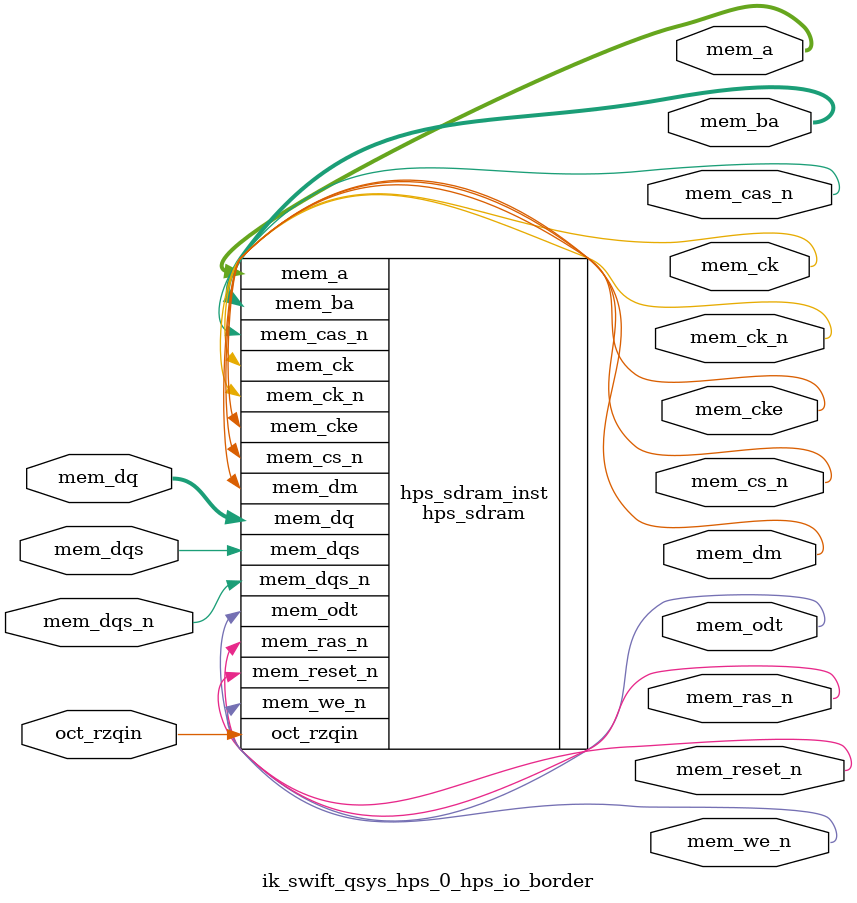
<source format=sv>


module ik_swift_qsys_hps_0_hps_io_border(
// memory
  output wire [13 - 1 : 0 ] mem_a
 ,output wire [3 - 1 : 0 ] mem_ba
 ,output wire [1 - 1 : 0 ] mem_ck
 ,output wire [1 - 1 : 0 ] mem_ck_n
 ,output wire [1 - 1 : 0 ] mem_cke
 ,output wire [1 - 1 : 0 ] mem_cs_n
 ,output wire [1 - 1 : 0 ] mem_ras_n
 ,output wire [1 - 1 : 0 ] mem_cas_n
 ,output wire [1 - 1 : 0 ] mem_we_n
 ,output wire [1 - 1 : 0 ] mem_reset_n
 ,inout wire [8 - 1 : 0 ] mem_dq
 ,inout wire [1 - 1 : 0 ] mem_dqs
 ,inout wire [1 - 1 : 0 ] mem_dqs_n
 ,output wire [1 - 1 : 0 ] mem_odt
 ,output wire [1 - 1 : 0 ] mem_dm
 ,input wire [1 - 1 : 0 ] oct_rzqin
);


hps_sdram hps_sdram_inst(
 .mem_dq({
    mem_dq[7:0] // 7:0
  })
,.mem_odt({
    mem_odt[0:0] // 0:0
  })
,.mem_ras_n({
    mem_ras_n[0:0] // 0:0
  })
,.mem_dqs_n({
    mem_dqs_n[0:0] // 0:0
  })
,.mem_dqs({
    mem_dqs[0:0] // 0:0
  })
,.mem_dm({
    mem_dm[0:0] // 0:0
  })
,.mem_we_n({
    mem_we_n[0:0] // 0:0
  })
,.mem_cas_n({
    mem_cas_n[0:0] // 0:0
  })
,.mem_ba({
    mem_ba[2:0] // 2:0
  })
,.mem_a({
    mem_a[12:0] // 12:0
  })
,.mem_cs_n({
    mem_cs_n[0:0] // 0:0
  })
,.mem_ck({
    mem_ck[0:0] // 0:0
  })
,.mem_cke({
    mem_cke[0:0] // 0:0
  })
,.oct_rzqin({
    oct_rzqin[0:0] // 0:0
  })
,.mem_reset_n({
    mem_reset_n[0:0] // 0:0
  })
,.mem_ck_n({
    mem_ck_n[0:0] // 0:0
  })
);

endmodule


</source>
